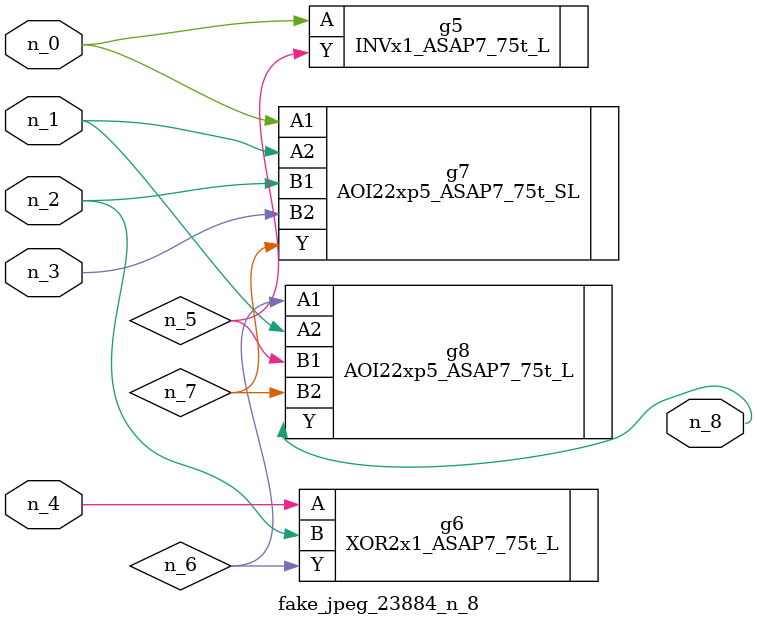
<source format=v>
module fake_jpeg_23884_n_8 (n_3, n_2, n_1, n_0, n_4, n_8);

input n_3;
input n_2;
input n_1;
input n_0;
input n_4;

output n_8;

wire n_6;
wire n_5;
wire n_7;

INVx1_ASAP7_75t_L g5 ( 
.A(n_0),
.Y(n_5)
);

XOR2x1_ASAP7_75t_L g6 ( 
.A(n_4),
.B(n_2),
.Y(n_6)
);

AOI22xp5_ASAP7_75t_SL g7 ( 
.A1(n_0),
.A2(n_1),
.B1(n_2),
.B2(n_3),
.Y(n_7)
);

AOI22xp5_ASAP7_75t_L g8 ( 
.A1(n_6),
.A2(n_1),
.B1(n_5),
.B2(n_7),
.Y(n_8)
);


endmodule
</source>
